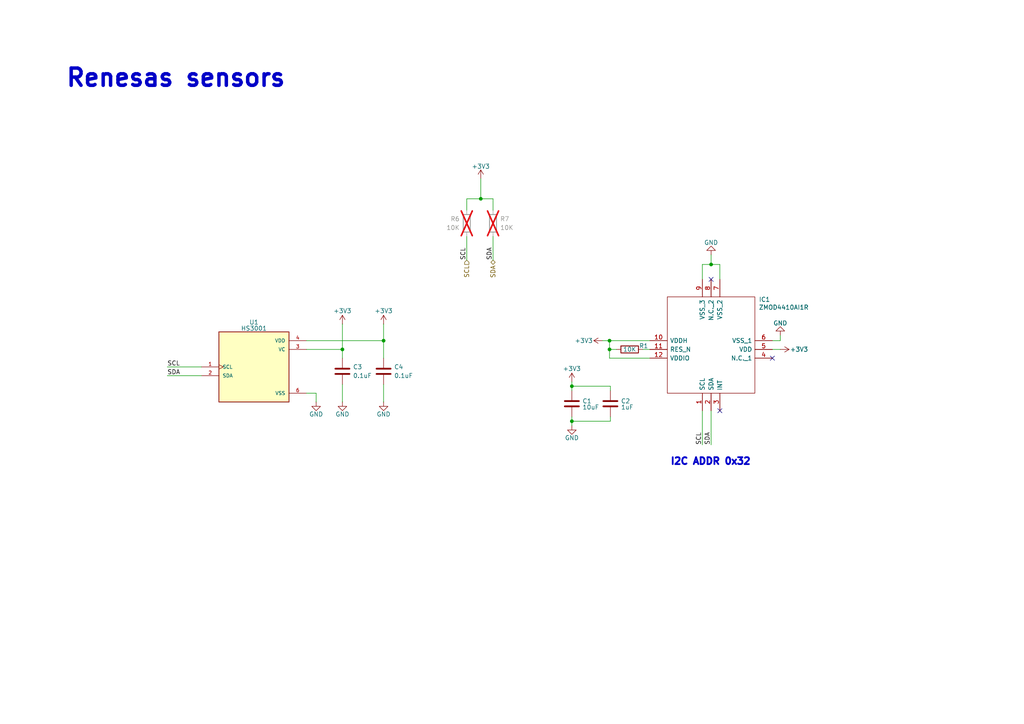
<source format=kicad_sch>
(kicad_sch (version 20231120) (generator "eeschema") (generator_version "8.0")
  (paper "A4")
  (title_block (title "Sensor Module for ELPMs") (date "2024-06-22") (rev "1.0") (comment 2 "Salvatore Raccardi") (comment 3 "Salvatore Raccardi"))
  (lib_symbols
    (symbol "+3V3_2" (power) (pin_names (offset 0))
      (property "Value" "+3V3_2" (at 0 3.556 0))
      (symbol "+3V3_2_0_1"
        (polyline (pts (xy -0.762 1.27) (xy 0 2.54)))
        (polyline (pts (xy 0 0) (xy 0 2.54)))
        (polyline (pts (xy 0 2.54) (xy 0.762 1.27)))
      )
      (symbol "+3V3_2_1_1"
        (pin power_in line (at 0 0 90) (length 0) hide (name "+3V3") (number "1"))
      )
    )
    (symbol "+3V3_3" (power) (pin_names (offset 0))
      (property "Value" "+3V3_3" (at 0 3.556 0))
      (symbol "+3V3_3_0_1"
        (polyline (pts (xy -0.762 1.27) (xy 0 2.54)))
        (polyline (pts (xy 0 0) (xy 0 2.54)))
        (polyline (pts (xy 0 2.54) (xy 0.762 1.27)))
      )
      (symbol "+3V3_3_1_1"
        (pin power_in line (at 0 0 90) (length 0) hide (name "+3V3") (number "1"))
      )
    )
    (symbol "Device:C" (pin_numbers hide) (pin_names (offset 0.254))
      (property "Reference" "C" (at 0.635 2.54 0))
      (property "Value" "C" (at 0.635 -2.54 0))
      (symbol "C_0_1"
        (polyline (pts (xy -2.032 -0.762) (xy 2.032 -0.762)) (stroke (width 0.508)))
        (polyline (pts (xy -2.032 0.762) (xy 2.032 0.762)) (stroke (width 0.508)))
      )
      (symbol "C_1_1"
        (pin passive line (at 0 3.81 270) (length 2.794) (name "~") (number "1"))
        (pin passive line (at 0 -3.81 90) (length 2.794) (name "~") (number "2"))
      )
    )
    (symbol "Device:R" (pin_numbers hide) (pin_names (offset 0))
      (property "Reference" "R" (at 2.032 0 90))
      (property "Value" "R" (at 0 0 90))
      (symbol "R_0_1"
        (rectangle (start -1.016 -2.54) (end 1.016 2.54) (stroke (width 0.254)))
      )
      (symbol "R_1_1"
        (pin passive line (at 0 3.81 270) (length 1.27) (name "~") (number "1"))
        (pin passive line (at 0 -3.81 90) (length 1.27) (name "~") (number "2"))
      )
    )
    (symbol "GND_3" (power) (pin_names (offset 0))
      (property "Value" "GND_3" (at 0 -3.81 0))
      (symbol "GND_3_0_1"
        (polyline (pts (xy 0 0) (xy 0 -1.27) (xy 1.27 -1.27) (xy 0 -2.54) (xy -1.27 -1.27) (xy 0 -1.27)))
      )
      (symbol "GND_3_1_1"
        (pin power_in line (at 0 0 270) (length 0) hide (name "GND") (number "1"))
      )
    )
    (symbol "GND_4" (power) (pin_names (offset 0))
      (property "Value" "GND_4" (at 0 -3.81 0))
      (symbol "GND_4_0_1"
        (polyline (pts (xy 0 0) (xy 0 -1.27) (xy 1.27 -1.27) (xy 0 -2.54) (xy -1.27 -1.27) (xy 0 -1.27)))
      )
      (symbol "GND_4_1_1"
        (pin power_in line (at 0 0 270) (length 0) hide (name "GND") (number "1"))
      )
    )
    (symbol "HS3001:HS3001" (pin_names (offset 1.016))
      (property "Reference" "U" (at -10.16 10.922 0))
      (property "Value" "HS3001" (at -10.16 -12.7 0))
      (symbol "HS3001_0_0"
        (rectangle (start -10.16 -10.16) (end 10.16 10.16) (stroke (width 0.254)) (fill (type background)))
        (pin bidirectional clock (at -15.24 0 0) (length 5.08) (name "SCL") (number "1"))
        (pin bidirectional line (at -15.24 -2.54 0) (length 5.08) (name "SDA") (number "2"))
        (pin power_in line (at 15.24 5.08 180) (length 5.08) (name "VC") (number "3"))
        (pin power_in line (at 15.24 7.62 180) (length 5.08) (name "VDD") (number "4"))
        (pin power_in line (at 15.24 -7.62 180) (length 5.08) (name "VSS") (number "6"))
      )
    )
    (symbol "ZMOD4410AI1R:ZMOD4410AI1R" (pin_names (offset 0.762))
      (property "Reference" "IC" (at 31.75 17.78 0))
      (property "Value" "ZMOD4410AI1R" (at 31.75 15.24 0))
      (symbol "ZMOD4410AI1R_0_0"
        (pin passive line (at 15.24 -20.32 90) (length 5.08) (name "SCL") (number "1"))
        (pin passive line (at 0 0 0) (length 5.08) (name "VDDH") (number "10"))
        (pin passive line (at 0 -2.54 0) (length 5.08) (name "RES_N") (number "11"))
        (pin passive line (at 0 -5.08 0) (length 5.08) (name "VDDIO") (number "12"))
        (pin passive line (at 17.78 -20.32 90) (length 5.08) (name "SDA") (number "2"))
        (pin passive line (at 20.32 -20.32 90) (length 5.08) (name "INT") (number "3"))
        (pin passive line (at 35.56 -5.08 180) (length 5.08) (name "N.C._1") (number "4"))
        (pin passive line (at 35.56 -2.54 180) (length 5.08) (name "VDD") (number "5"))
        (pin passive line (at 35.56 0 180) (length 5.08) (name "VSS_1") (number "6"))
        (pin passive line (at 20.32 17.78 270) (length 5.08) (name "VSS_2") (number "7"))
        (pin passive line (at 17.78 17.78 270) (length 5.08) (name "N.C._2") (number "8"))
        (pin passive line (at 15.24 17.78 270) (length 5.08) (name "VSS_3") (number "9"))
      )
      (symbol "ZMOD4410AI1R_0_1"
        (polyline (pts (xy 5.08 12.7) (xy 30.48 12.7) (xy 30.48 -15.24) (xy 5.08 -15.24) (xy 5.08 12.7)) (stroke (width 0.1524)))
      )
    )
    (symbol "power:+3V3" (power) (pin_numbers hide) (pin_names (offset 0) hide)
      (property "Value" "+3V3" (at 0 3.556 0))
      (symbol "+3V3_0_1"
        (polyline (pts (xy -0.762 1.27) (xy 0 2.54)))
        (polyline (pts (xy 0 0) (xy 0 2.54)))
        (polyline (pts (xy 0 2.54) (xy 0.762 1.27)))
      )
      (symbol "+3V3_1_1"
        (pin power_in line (at 0 0 90) (length 0) (name "~") (number "1"))
      )
    )
    (symbol "power:GND" (power) (pin_numbers hide) (pin_names (offset 0) hide)
      (property "Value" "GND" (at 0 -3.81 0))
      (symbol "GND_0_1"
        (polyline (pts (xy 0 0) (xy 0 -1.27) (xy 1.27 -1.27) (xy 0 -2.54) (xy -1.27 -1.27) (xy 0 -1.27)))
      )
      (symbol "GND_1_1"
        (pin power_in line (at 0 0 270) (length 0) (name "~") (number "1"))
      )
    )
  )
  (junction (at 176.784 101.346))
  (junction (at 165.862 122.174))
  (junction (at 99.314 101.346))
  (junction (at 139.446 57.658))
  (junction (at 165.862 112.014))
  (junction (at 111.252 98.806))
  (junction (at 206.248 76.708))
  (junction (at 176.784 98.806))
  (no_connect (at 224.028 103.886))
  (no_connect (at 208.788 119.126))
  (no_connect (at 206.248 81.026))
  (wire (pts (xy 143.002 68.58) (xy 143.002 75.438)))
  (wire (pts (xy 165.862 122.174) (xy 177.038 122.174)))
  (wire (pts (xy 135.382 60.96) (xy 135.382 57.658)))
  (wire (pts (xy 139.446 57.658) (xy 143.002 57.658)))
  (wire (pts (xy 111.252 98.806) (xy 111.252 103.886)))
  (wire (pts (xy 91.694 114.046) (xy 91.694 116.586)))
  (wire (pts (xy 165.862 120.904) (xy 165.862 122.174)))
  (wire (pts (xy 135.382 68.58) (xy 135.382 75.438)))
  (wire (pts (xy 177.038 112.014) (xy 177.038 113.284)))
  (wire (pts (xy 88.9 98.806) (xy 111.252 98.806)))
  (wire (pts (xy 208.788 76.708) (xy 208.788 81.026)))
  (wire (pts (xy 176.784 101.346) (xy 176.784 98.806)))
  (wire (pts (xy 176.784 101.346) (xy 176.784 103.886)))
  (wire (pts (xy 165.862 113.284) (xy 165.862 112.014)))
  (wire (pts (xy 176.784 98.806) (xy 174.752 98.806)))
  (wire (pts (xy 206.248 76.708) (xy 208.788 76.708)))
  (wire (pts (xy 88.9 114.046) (xy 91.694 114.046)))
  (wire (pts (xy 203.708 81.026) (xy 203.708 76.708)))
  (wire (pts (xy 139.446 57.658) (xy 139.446 51.816)))
  (wire (pts (xy 178.816 101.346) (xy 176.784 101.346)))
  (wire (pts (xy 177.038 122.174) (xy 177.038 120.904)))
  (wire (pts (xy 226.314 97.282) (xy 226.314 98.806)))
  (wire (pts (xy 58.42 106.426) (xy 48.514 106.426)))
  (wire (pts (xy 206.248 119.126) (xy 206.248 129.032)))
  (wire (pts (xy 224.028 101.346) (xy 226.314 101.346)))
  (wire (pts (xy 203.708 76.708) (xy 206.248 76.708)))
  (wire (pts (xy 165.862 112.014) (xy 165.862 110.744)))
  (wire (pts (xy 99.314 101.346) (xy 99.314 103.886)))
  (wire (pts (xy 135.382 57.658) (xy 139.446 57.658)))
  (wire (pts (xy 206.248 73.914) (xy 206.248 76.708)))
  (wire (pts (xy 165.862 122.174) (xy 165.862 123.444)))
  (wire (pts (xy 224.028 98.806) (xy 226.314 98.806)))
  (wire (pts (xy 176.784 98.806) (xy 188.468 98.806)))
  (wire (pts (xy 188.468 101.346) (xy 186.436 101.346)))
  (wire (pts (xy 111.252 93.98) (xy 111.252 98.806)))
  (wire (pts (xy 176.784 103.886) (xy 188.468 103.886)))
  (wire (pts (xy 143.002 60.96) (xy 143.002 57.658)))
  (wire (pts (xy 165.862 112.014) (xy 177.038 112.014)))
  (wire (pts (xy 203.708 119.126) (xy 203.708 129.032)))
  (wire (pts (xy 99.314 93.98) (xy 99.314 101.346)))
  (wire (pts (xy 88.9 101.346) (xy 99.314 101.346)))
  (wire (pts (xy 58.42 108.966) (xy 48.514 108.966)))
  (wire (pts (xy 99.314 111.506) (xy 99.314 116.586)))
  (wire (pts (xy 111.252 111.506) (xy 111.252 116.586)))
  (text "Renesas sensors" (at 18.796 25.654 0) (effects (font (size 5 5) (thickness 1) (bold yes)) (justify left bottom)))
  (text "I2C ADDR 0x32\n" (at 194.31 135.128 0) (effects (font (size 2 2) (thickness 0.6) (bold yes)) (justify left bottom)))
  (label "SDA" (at 206.248 129.032 90))
  (label "SCL" (at 135.382 75.438 90))
  (label "SCL" (at 203.708 129.032 90))
  (label "SDA" (at 143.002 75.438 90))
  (label "SDA" (at 48.514 108.966 0))
  (label "SCL" (at 48.514 106.426 0))
  (hierarchical_label "SCL" (shape input) (at 135.382 75.438 270))
  (hierarchical_label "SDA" (shape bidirectional) (at 143.002 75.438 270))
  (symbol (lib_id "power:+3V3") (at 139.446 51.816 0) (unit 1)
    (property "Reference" "#PWR023" (effects (hide yes)))
    (property "Value" "+3V3" (at 139.446 48.26 0))
    (property "Description" "Power symbol creates a global label with name \"+3V3\"" (effects (hide yes)))
  )
  (symbol (lib_id "Device:R") (at 135.382 64.77 0) (mirror y) (unit 1) (in_bom no) (dnp yes)
    (property "Reference" "R6" (at 133.35 63.4999 0) (effects (justify left)))
    (property "Value" "10K" (at 133.35 66.0399 0) (effects (justify left)))
    (property "Footprint" "Resistor_SMD:R_0402_1005Metric" (effects (hide yes)))
    (property "Description" "Resistor" (effects (hide yes)))
  )
  (symbol (lib_id "Device:C") (at 177.038 117.094 0) (unit 1)
    (property "Reference" "C2" (at 180.086 116.332 0) (effects (justify left)))
    (property "Value" "1uF" (at 180.086 118.11 0) (effects (justify left)))
    (property "Footprint" "Capacitor_SMD:C_0402_1005Metric" (effects (hide yes)))
  )
  (symbol (lib_id "power:GND") (at 111.252 116.586 0) (unit 1)
    (property "Reference" "#PWR011" (effects (hide yes)))
    (property "Value" "GND" (at 111.252 120.142 0))
    (property "Description" "Power symbol creates a global label with name \"GND\" , ground" (effects (hide yes)))
  )
  (symbol (lib_id "ZMOD4410AI1R:ZMOD4410AI1R") (at 188.468 98.806 0) (unit 1)
    (property "Reference" "IC1" (at 221.742 86.868 0))
    (property "Value" "ZMOD4410AI1R" (at 227.33 89.154 0))
    (property "Footprint" "lib:ZMOD4410AI1R" (effects (hide yes)))
    (property "Datasheet" "https://www.idt.com/document/dst/zmod4410-datasheet" (effects (hide yes)))
    (property "Description" "The ZMOD4410 gas sensor module is an easily integrated firmware configurable architecture enabling multiple sensing solutions with a common hardware platform. Simply download one of the firmware libraries that best supports your application from the Renesas website and integrate it with your host microcontroller. The JEDEC JESD47 qualified device supports 10+ years of life, supporting your indoor air quality (IAQ) application designed for detecting total volatile organic compounds (TVOCs), estimating CO2, a" (effects (hide yes)))
    (property "Height" "0.77" (effects (hide yes)))
    (property "Mouser Part Number" "964-ZMOD4410AI1R" (effects (hide yes)))
    (property "Mouser Price/Stock" "https://www.mouser.co.uk/ProductDetail/Renesas-Electronics/ZMOD4410AI1R?qs=y6ZabgHbY%252BwCtZi1inoY6g%3D%3D" (effects (hide yes)))
    (property "Manufacturer_Name" "Renesas Electronics" (effects (hide yes)))
    (property "Manufacturer_Part_Number" "ZMOD4410AI1R" (effects (hide yes)))
  )
  (symbol (lib_id "Device:C") (at 99.314 107.696 0) (unit 1)
    (property "Reference" "C3" (at 102.362 106.4259 0) (effects (justify left)))
    (property "Value" "0.1uF" (at 102.362 108.9659 0) (effects (justify left)))
    (property "Footprint" "Capacitor_SMD:C_0402_1005Metric" (effects (hide yes)))
    (property "Description" "Unpolarized capacitor" (effects (hide yes)))
  )
  (symbol (lib_id "power:+3V3") (at 111.252 93.98 0) (unit 1)
    (property "Reference" "#PWR010" (effects (hide yes)))
    (property "Value" "+3V3" (at 111.252 90.17 0))
    (property "Description" "Power symbol creates a global label with name \"+3V3\"" (effects (hide yes)))
  )
  (symbol (lib_id "Device:R") (at 143.002 64.77 0) (unit 1) (in_bom no) (dnp yes)
    (property "Reference" "R7" (at 145.034 63.4999 0) (effects (justify left)))
    (property "Value" "10K" (at 145.034 66.0399 0) (effects (justify left)))
    (property "Footprint" "Resistor_SMD:R_0402_1005Metric" (effects (hide yes)))
    (property "Description" "Resistor" (effects (hide yes)))
  )
  (symbol (lib_id "power:GND") (at 99.314 116.586 0) (unit 1)
    (property "Reference" "#PWR07" (effects (hide yes)))
    (property "Value" "GND" (at 99.314 120.142 0))
    (property "Description" "Power symbol creates a global label with name \"GND\" , ground" (effects (hide yes)))
  )
  (symbol (lib_id "power:GND") (at 91.694 116.586 0) (unit 1)
    (property "Reference" "#PWR05" (effects (hide yes)))
    (property "Value" "GND" (at 91.694 120.142 0))
    (property "Description" "Power symbol creates a global label with name \"GND\" , ground" (effects (hide yes)))
  )
  (symbol (lib_id "Device:C") (at 111.252 107.696 0) (unit 1)
    (property "Reference" "C4" (at 114.3 106.4259 0) (effects (justify left)))
    (property "Value" "0.1uF" (at 114.3 108.9659 0) (effects (justify left)))
    (property "Footprint" "Capacitor_SMD:C_0402_1005Metric" (effects (hide yes)))
    (property "Description" "Unpolarized capacitor" (effects (hide yes)))
  )
  (symbol (lib_id "power:+3V3") (at 99.314 93.98 0) (unit 1)
    (property "Reference" "#PWR06" (effects (hide yes)))
    (property "Value" "+3V3" (at 99.314 90.17 0))
    (property "Description" "Power symbol creates a global label with name \"+3V3\"" (effects (hide yes)))
  )
  (symbol (lib_id "Device:R") (at 182.626 101.346 90) (unit 1)
    (property "Reference" "R1" (at 186.69 100.33 90))
    (property "Value" "10K" (at 182.626 101.346 90))
    (property "Footprint" "Resistor_SMD:R_0402_1005Metric" (effects (hide yes)))
    (property "Description" "Resistor" (effects (hide yes)))
  )
  (symbol (lib_name "GND_4") (lib_id "power:GND") (at 165.862 123.444 0) (unit 1)
    (property "Reference" "#PWR02" (effects (hide yes)))
    (property "Value" "GND" (at 165.862 127 0))
  )
  (symbol (lib_id "Device:C") (at 165.862 117.094 0) (unit 1)
    (property "Reference" "C1" (at 168.91 116.332 0) (effects (justify left)))
    (property "Value" "10uF" (at 168.91 118.11 0) (effects (justify left)))
    (property "Footprint" "Capacitor_SMD:C_0402_1005Metric" (effects (hide yes)))
  )
  (symbol (lib_name "+3V3_2") (lib_id "power:+3V3") (at 165.862 110.744 0) (mirror y) (unit 1)
    (property "Reference" "#PWR01" (effects (hide yes)))
    (property "Value" "+3V3" (at 165.862 106.934 0))
  )
  (symbol (lib_name "GND_3") (lib_id "power:GND") (at 206.248 73.914 180) (unit 1)
    (property "Reference" "#PWR04" (effects (hide yes)))
    (property "Value" "GND" (at 206.248 70.358 0))
  )
  (symbol (lib_name "+3V3_3") (lib_id "power:+3V3") (at 226.314 101.346 270) (unit 1)
    (property "Reference" "#PWR09" (effects (hide yes)))
    (property "Value" "+3V3" (at 229.108 101.346 90) (effects (justify left)))
  )
  (symbol (lib_id "HS3001:HS3001") (at 73.66 106.426 0) (unit 1)
    (property "Reference" "U1" (at 73.66 93.472 0))
    (property "Value" "HS3001" (at 73.66 95.25 0))
    (property "Footprint" "lib:XDCR_HS3001" (effects (hide yes)))
    (property "MF" "Renesas Electronics America Inc." (effects (hide yes)))
    (property "MAXIMUM_PACKAGE_HEIGHT" "0.9mm" (effects (hide yes)))
    (property "Package" "None" (effects (hide yes)))
    (property "Price" "None" (effects (hide yes)))
    (property "Check_prices" "https://www.snapeda.com/parts/HS3001/Renesas/view-part/?ref=eda" (effects (hide yes)))
    (property "STANDARD" "Manufacturer Recommendations" (effects (hide yes)))
    (property "PARTREV" "August 6, 2018 (Rev 01)" (effects (hide yes)))
    (property "SnapEDA_Link" "https://www.snapeda.com/parts/HS3001/Renesas/view-part/?ref=snap" (effects (hide yes)))
    (property "MP" "HS3001" (effects (hide yes)))
    (property "Description_1" "\nFS2012, HS3001, ZWIR4512, 6LoWPAN - Flow, Humidity, Temperature Sensor Evaluation Board\n" (effects (hide yes)))
    (property "Availability" "In Stock" (effects (hide yes)))
    (property "MANUFACTURER" "IDT, Integrated Device Technology Inc" (effects (hide yes)))
  )
  (symbol (lib_name "GND_3") (lib_id "power:GND") (at 226.314 97.282 180) (unit 1)
    (property "Reference" "#PWR08" (effects (hide yes)))
    (property "Value" "GND" (at 226.314 93.726 0))
  )
  (symbol (lib_name "+3V3_3") (lib_id "power:+3V3") (at 174.752 98.806 90) (unit 1)
    (property "Reference" "#PWR03" (effects (hide yes)))
    (property "Value" "+3V3" (at 171.958 98.806 90) (effects (justify left)))
  )
)
</source>
